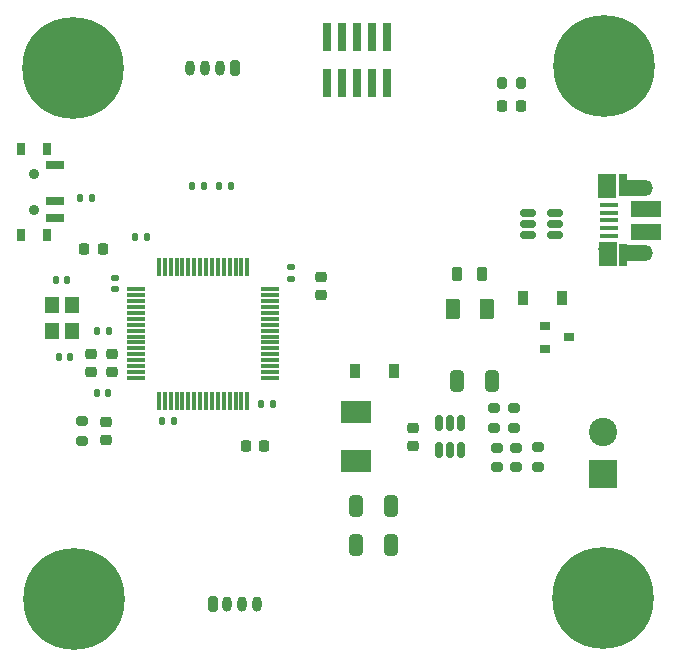
<source format=gbr>
%TF.GenerationSoftware,KiCad,Pcbnew,(5.99.0-7547-g7565f60a03)*%
%TF.CreationDate,2020-12-15T07:52:55+08:00*%
%TF.ProjectId,STM32F4_REV2,53544d33-3246-4345-9f52-4556322e6b69,rev?*%
%TF.SameCoordinates,Original*%
%TF.FileFunction,Soldermask,Top*%
%TF.FilePolarity,Negative*%
%FSLAX46Y46*%
G04 Gerber Fmt 4.6, Leading zero omitted, Abs format (unit mm)*
G04 Created by KiCad (PCBNEW (5.99.0-7547-g7565f60a03)) date 2020-12-15 07:52:55*
%MOMM*%
%LPD*%
G01*
G04 APERTURE LIST*
G04 Aperture macros list*
%AMRoundRect*
0 Rectangle with rounded corners*
0 $1 Rounding radius*
0 $2 $3 $4 $5 $6 $7 $8 $9 X,Y pos of 4 corners*
0 Add a 4 corners polygon primitive as box body*
4,1,4,$2,$3,$4,$5,$6,$7,$8,$9,$2,$3,0*
0 Add four circle primitives for the rounded corners*
1,1,$1+$1,$2,$3,0*
1,1,$1+$1,$4,$5,0*
1,1,$1+$1,$6,$7,0*
1,1,$1+$1,$8,$9,0*
0 Add four rect primitives between the rounded corners*
20,1,$1+$1,$2,$3,$4,$5,0*
20,1,$1+$1,$4,$5,$6,$7,0*
20,1,$1+$1,$6,$7,$8,$9,0*
20,1,$1+$1,$8,$9,$2,$3,0*%
G04 Aperture macros list end*
%ADD10RoundRect,0.140000X0.140000X0.170000X-0.140000X0.170000X-0.140000X-0.170000X0.140000X-0.170000X0*%
%ADD11R,0.740000X2.400000*%
%ADD12RoundRect,0.250000X0.375000X0.625000X-0.375000X0.625000X-0.375000X-0.625000X0.375000X-0.625000X0*%
%ADD13R,1.650000X0.400000*%
%ADD14R,0.700000X1.825000*%
%ADD15R,1.500000X2.000000*%
%ADD16O,1.700000X1.350000*%
%ADD17O,1.500000X1.100000*%
%ADD18R,2.000000X1.350000*%
%ADD19R,2.500000X1.430000*%
%ADD20RoundRect,0.200000X-0.275000X0.200000X-0.275000X-0.200000X0.275000X-0.200000X0.275000X0.200000X0*%
%ADD21RoundRect,0.225000X0.250000X-0.225000X0.250000X0.225000X-0.250000X0.225000X-0.250000X-0.225000X0*%
%ADD22R,2.500000X1.900000*%
%ADD23RoundRect,0.140000X-0.140000X-0.170000X0.140000X-0.170000X0.140000X0.170000X-0.140000X0.170000X0*%
%ADD24RoundRect,0.075000X-0.700000X-0.075000X0.700000X-0.075000X0.700000X0.075000X-0.700000X0.075000X0*%
%ADD25RoundRect,0.075000X-0.075000X-0.700000X0.075000X-0.700000X0.075000X0.700000X-0.075000X0.700000X0*%
%ADD26R,2.400000X2.400000*%
%ADD27C,2.400000*%
%ADD28R,0.800000X1.000000*%
%ADD29C,0.900000*%
%ADD30R,1.500000X0.700000*%
%ADD31RoundRect,0.140000X0.170000X-0.140000X0.170000X0.140000X-0.170000X0.140000X-0.170000X-0.140000X0*%
%ADD32RoundRect,0.200000X-0.200000X-0.275000X0.200000X-0.275000X0.200000X0.275000X-0.200000X0.275000X0*%
%ADD33RoundRect,0.147500X0.147500X0.172500X-0.147500X0.172500X-0.147500X-0.172500X0.147500X-0.172500X0*%
%ADD34RoundRect,0.218750X-0.218750X-0.381250X0.218750X-0.381250X0.218750X0.381250X-0.218750X0.381250X0*%
%ADD35R,0.900000X1.200000*%
%ADD36RoundRect,0.225000X-0.225000X-0.250000X0.225000X-0.250000X0.225000X0.250000X-0.225000X0.250000X0*%
%ADD37RoundRect,0.135000X0.135000X0.185000X-0.135000X0.185000X-0.135000X-0.185000X0.135000X-0.185000X0*%
%ADD38RoundRect,0.218750X0.256250X-0.218750X0.256250X0.218750X-0.256250X0.218750X-0.256250X-0.218750X0*%
%ADD39RoundRect,0.200000X0.275000X-0.200000X0.275000X0.200000X-0.275000X0.200000X-0.275000X-0.200000X0*%
%ADD40RoundRect,0.135000X-0.135000X-0.185000X0.135000X-0.185000X0.135000X0.185000X-0.135000X0.185000X0*%
%ADD41RoundRect,0.200000X0.200000X0.450000X-0.200000X0.450000X-0.200000X-0.450000X0.200000X-0.450000X0*%
%ADD42O,0.800000X1.300000*%
%ADD43RoundRect,0.225000X-0.250000X0.225000X-0.250000X-0.225000X0.250000X-0.225000X0.250000X0.225000X0*%
%ADD44RoundRect,0.150000X0.150000X-0.512500X0.150000X0.512500X-0.150000X0.512500X-0.150000X-0.512500X0*%
%ADD45C,8.600000*%
%ADD46RoundRect,0.250000X0.325000X0.650000X-0.325000X0.650000X-0.325000X-0.650000X0.325000X-0.650000X0*%
%ADD47RoundRect,0.250000X-0.325000X-0.650000X0.325000X-0.650000X0.325000X0.650000X-0.325000X0.650000X0*%
%ADD48R,1.200000X1.400000*%
%ADD49RoundRect,0.150000X0.512500X0.150000X-0.512500X0.150000X-0.512500X-0.150000X0.512500X-0.150000X0*%
%ADD50R,0.900000X0.800000*%
%ADD51RoundRect,0.200000X-0.200000X-0.450000X0.200000X-0.450000X0.200000X0.450000X-0.200000X0.450000X0*%
%ADD52RoundRect,0.218750X0.218750X0.256250X-0.218750X0.256250X-0.218750X-0.256250X0.218750X-0.256250X0*%
G04 APERTURE END LIST*
D10*
%TO.C,C10*%
X95520000Y-85575000D03*
X96480000Y-85575000D03*
%TD*%
D11*
%TO.C,J2*%
X116790000Y-68600000D03*
X116790000Y-72500000D03*
X115520000Y-68600000D03*
X115520000Y-72500000D03*
X114250000Y-68600000D03*
X114250000Y-72500000D03*
X112980000Y-68600000D03*
X112980000Y-72500000D03*
X111710000Y-68600000D03*
X111710000Y-72500000D03*
%TD*%
D12*
%TO.C,F1*%
X122450000Y-91650000D03*
X125250000Y-91650000D03*
%TD*%
D13*
%TO.C,J5*%
X135595000Y-85455000D03*
X135595000Y-84805000D03*
X135595000Y-84155000D03*
X135595000Y-83505000D03*
X135595000Y-82855000D03*
D14*
X136795000Y-81155000D03*
X136795000Y-87105000D03*
D15*
X135475000Y-81255000D03*
D16*
X138475000Y-81425000D03*
D17*
X135475000Y-81735000D03*
D15*
X135495000Y-87005000D03*
D18*
X137545000Y-86885000D03*
D19*
X138745000Y-85115000D03*
D18*
X137545000Y-81405000D03*
D16*
X138475000Y-86885000D03*
D19*
X138745000Y-83195000D03*
D17*
X135475000Y-86575000D03*
%TD*%
D20*
%TO.C,R3*%
X129600000Y-103375000D03*
X129600000Y-105025000D03*
%TD*%
D10*
%TO.C,C7*%
X98757327Y-101175507D03*
X97797327Y-101175507D03*
%TD*%
D21*
%TO.C,C12*%
X93500000Y-97025000D03*
X93500000Y-95475000D03*
%TD*%
D22*
%TO.C,L1*%
X114175000Y-100425000D03*
X114175000Y-104525000D03*
%TD*%
D20*
%TO.C,R5*%
X127730000Y-103415000D03*
X127730000Y-105065000D03*
%TD*%
%TO.C,R9*%
X91000000Y-101175000D03*
X91000000Y-102825000D03*
%TD*%
D23*
%TO.C,C15*%
X88770000Y-89250000D03*
X89730000Y-89250000D03*
%TD*%
D24*
%TO.C,U2*%
X95575000Y-90000000D03*
X95575000Y-90500000D03*
X95575000Y-91000000D03*
X95575000Y-91500000D03*
X95575000Y-92000000D03*
X95575000Y-92500000D03*
X95575000Y-93000000D03*
X95575000Y-93500000D03*
X95575000Y-94000000D03*
X95575000Y-94500000D03*
X95575000Y-95000000D03*
X95575000Y-95500000D03*
X95575000Y-96000000D03*
X95575000Y-96500000D03*
X95575000Y-97000000D03*
X95575000Y-97500000D03*
D25*
X97500000Y-99425000D03*
X98000000Y-99425000D03*
X98500000Y-99425000D03*
X99000000Y-99425000D03*
X99500000Y-99425000D03*
X100000000Y-99425000D03*
X100500000Y-99425000D03*
X101000000Y-99425000D03*
X101500000Y-99425000D03*
X102000000Y-99425000D03*
X102500000Y-99425000D03*
X103000000Y-99425000D03*
X103500000Y-99425000D03*
X104000000Y-99425000D03*
X104500000Y-99425000D03*
X105000000Y-99425000D03*
D24*
X106925000Y-97500000D03*
X106925000Y-97000000D03*
X106925000Y-96500000D03*
X106925000Y-96000000D03*
X106925000Y-95500000D03*
X106925000Y-95000000D03*
X106925000Y-94500000D03*
X106925000Y-94000000D03*
X106925000Y-93500000D03*
X106925000Y-93000000D03*
X106925000Y-92500000D03*
X106925000Y-92000000D03*
X106925000Y-91500000D03*
X106925000Y-91000000D03*
X106925000Y-90500000D03*
X106925000Y-90000000D03*
D25*
X105000000Y-88075000D03*
X104500000Y-88075000D03*
X104000000Y-88075000D03*
X103500000Y-88075000D03*
X103000000Y-88075000D03*
X102500000Y-88075000D03*
X102000000Y-88075000D03*
X101500000Y-88075000D03*
X101000000Y-88075000D03*
X100500000Y-88075000D03*
X100000000Y-88075000D03*
X99500000Y-88075000D03*
X99000000Y-88075000D03*
X98500000Y-88075000D03*
X98000000Y-88075000D03*
X97500000Y-88075000D03*
%TD*%
D21*
%TO.C,C11*%
X91750000Y-97025000D03*
X91750000Y-95475000D03*
%TD*%
D26*
%TO.C,J1*%
X135150000Y-105620000D03*
D27*
X135150000Y-102120000D03*
%TD*%
D28*
%TO.C,SW1*%
X88030000Y-85400000D03*
X88030000Y-78100000D03*
X85820000Y-85400000D03*
D29*
X86920000Y-80250000D03*
D28*
X85820000Y-78100000D03*
D29*
X86920000Y-83250000D03*
D30*
X88680000Y-79500000D03*
X88680000Y-82500000D03*
X88680000Y-84000000D03*
%TD*%
D31*
%TO.C,C6*%
X93750000Y-89980000D03*
X93750000Y-89020000D03*
%TD*%
D32*
%TO.C,R6*%
X126525000Y-72500000D03*
X128175000Y-72500000D03*
%TD*%
D33*
%TO.C,L2*%
X93235000Y-98750000D03*
X92265000Y-98750000D03*
%TD*%
D34*
%TO.C,FB1*%
X122712500Y-88700000D03*
X124837500Y-88700000D03*
%TD*%
D35*
%TO.C,D1*%
X128350000Y-90750000D03*
X131650000Y-90750000D03*
%TD*%
D36*
%TO.C,C13*%
X104875000Y-103250000D03*
X106425000Y-103250000D03*
%TD*%
D21*
%TO.C,C14*%
X111270000Y-90495000D03*
X111270000Y-88945000D03*
%TD*%
D37*
%TO.C,R8*%
X93260000Y-93500000D03*
X92240000Y-93500000D03*
%TD*%
D35*
%TO.C,D2*%
X114125000Y-96900000D03*
X117425000Y-96900000D03*
%TD*%
D38*
%TO.C,D4*%
X93000000Y-102787500D03*
X93000000Y-101212500D03*
%TD*%
D39*
%TO.C,R4*%
X126100000Y-105055000D03*
X126100000Y-103405000D03*
%TD*%
D40*
%TO.C,R10*%
X100340000Y-81250000D03*
X101360000Y-81250000D03*
%TD*%
D41*
%TO.C,J3*%
X103925000Y-71225000D03*
D42*
X102675000Y-71225000D03*
X101425000Y-71225000D03*
X100175000Y-71225000D03*
%TD*%
D37*
%TO.C,R11*%
X103610000Y-81250000D03*
X102590000Y-81250000D03*
%TD*%
D43*
%TO.C,C4*%
X119000000Y-101725000D03*
X119000000Y-103275000D03*
%TD*%
D44*
%TO.C,U1*%
X121200000Y-103587500D03*
X122150000Y-103587500D03*
X123100000Y-103587500D03*
X123100000Y-101312500D03*
X122150000Y-101312500D03*
X121200000Y-101312500D03*
%TD*%
D36*
%TO.C,C5*%
X91195000Y-86590000D03*
X92745000Y-86590000D03*
%TD*%
D40*
%TO.C,R7*%
X90820000Y-82260000D03*
X91840000Y-82260000D03*
%TD*%
D31*
%TO.C,C9*%
X108700000Y-89105000D03*
X108700000Y-88145000D03*
%TD*%
D29*
%TO.C,H2*%
X132919581Y-73390419D03*
X135200000Y-74335000D03*
X138425000Y-71110000D03*
X137480419Y-68829581D03*
D45*
X135200000Y-71110000D03*
D29*
X132919581Y-68829581D03*
X135200000Y-67885000D03*
X131975000Y-71110000D03*
X137480419Y-73390419D03*
%TD*%
D46*
%TO.C,C3*%
X117160000Y-108335000D03*
X114210000Y-108335000D03*
%TD*%
D47*
%TO.C,C1*%
X122775000Y-97750000D03*
X125725000Y-97750000D03*
%TD*%
D20*
%TO.C,R2*%
X127550000Y-100075000D03*
X127550000Y-101725000D03*
%TD*%
D29*
%TO.C,H4*%
X90200000Y-74475000D03*
X92480419Y-73530419D03*
X86975000Y-71250000D03*
X87919581Y-68969581D03*
X87919581Y-73530419D03*
X90200000Y-68025000D03*
X93425000Y-71250000D03*
X92480419Y-68969581D03*
D45*
X90200000Y-71250000D03*
%TD*%
D48*
%TO.C,Y1*%
X88450000Y-91300000D03*
X88450000Y-93500000D03*
X90150000Y-93500000D03*
X90150000Y-91300000D03*
%TD*%
D49*
%TO.C,U3*%
X131012500Y-85425000D03*
X131012500Y-84475000D03*
X131012500Y-83525000D03*
X128737500Y-83525000D03*
X128737500Y-84475000D03*
X128737500Y-85425000D03*
%TD*%
D50*
%TO.C,Q1*%
X130225000Y-93125000D03*
X130225000Y-95025000D03*
X132225000Y-94075000D03*
%TD*%
D51*
%TO.C,J4*%
X102050000Y-116650000D03*
D42*
X103300000Y-116650000D03*
X104550000Y-116650000D03*
X105800000Y-116650000D03*
%TD*%
D46*
%TO.C,C2*%
X117160000Y-111635000D03*
X114210000Y-111635000D03*
%TD*%
D23*
%TO.C,C8*%
X106170000Y-99700000D03*
X107130000Y-99700000D03*
%TD*%
D52*
%TO.C,D3*%
X128137500Y-74500000D03*
X126562500Y-74500000D03*
%TD*%
D29*
%TO.C,H1*%
X93575000Y-116250000D03*
X92630419Y-118530419D03*
X92630419Y-113969581D03*
X90350000Y-113025000D03*
X87125000Y-116250000D03*
X90350000Y-119475000D03*
X88069581Y-113969581D03*
D45*
X90350000Y-116250000D03*
D29*
X88069581Y-118530419D03*
%TD*%
%TO.C,H3*%
X132869581Y-113819581D03*
X135150000Y-112875000D03*
X135150000Y-119325000D03*
X137430419Y-113819581D03*
X131925000Y-116100000D03*
D45*
X135150000Y-116100000D03*
D29*
X132869581Y-118380419D03*
X137430419Y-118380419D03*
X138375000Y-116100000D03*
%TD*%
D39*
%TO.C,R1*%
X125850000Y-101725000D03*
X125850000Y-100075000D03*
%TD*%
D10*
%TO.C,C16*%
X90000000Y-95750000D03*
X89040000Y-95750000D03*
%TD*%
M02*

</source>
